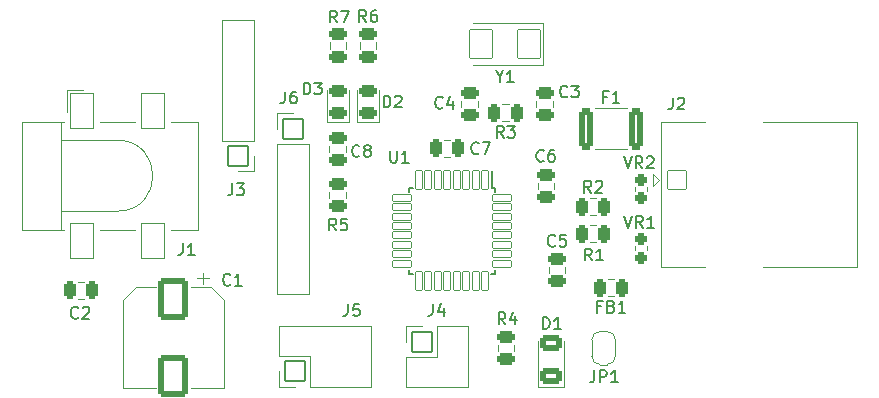
<source format=gbr>
%TF.GenerationSoftware,KiCad,Pcbnew,9.0.6+1*%
%TF.CreationDate,2025-12-12T13:26:28+00:00*%
%TF.ProjectId,KDT_Hierarchical_KiBot,4b44545f-4869-4657-9261-726368696361,0.1.1*%
%TF.SameCoordinates,Original*%
%TF.FileFunction,Legend,Top*%
%TF.FilePolarity,Positive*%
%FSLAX46Y46*%
G04 Gerber Fmt 4.6, Leading zero omitted, Abs format (unit mm)*
G04 Created by KiCad (PCBNEW 9.0.6+1) date 2025-12-12 13:26:28*
%MOMM*%
%LPD*%
G01*
G04 APERTURE LIST*
G04 Aperture macros list*
%AMRoundRect*
0 Rectangle with rounded corners*
0 $1 Rounding radius*
0 $2 $3 $4 $5 $6 $7 $8 $9 X,Y pos of 4 corners*
0 Add a 4 corners polygon primitive as box body*
4,1,4,$2,$3,$4,$5,$6,$7,$8,$9,$2,$3,0*
0 Add four circle primitives for the rounded corners*
1,1,$1+$1,$2,$3*
1,1,$1+$1,$4,$5*
1,1,$1+$1,$6,$7*
1,1,$1+$1,$8,$9*
0 Add four rect primitives between the rounded corners*
20,1,$1+$1,$2,$3,$4,$5,0*
20,1,$1+$1,$4,$5,$6,$7,0*
20,1,$1+$1,$6,$7,$8,$9,0*
20,1,$1+$1,$8,$9,$2,$3,0*%
%AMFreePoly0*
4,1,39,0.535355,0.785355,0.550000,0.750000,0.550000,-0.750000,0.535355,-0.785355,0.500000,-0.800000,0.000000,-0.800000,-0.010328,-0.795722,-0.065263,-0.795722,-0.078204,-0.794018,-0.204283,-0.760236,-0.216342,-0.755241,-0.329381,-0.689978,-0.339736,-0.682032,-0.432032,-0.589736,-0.439978,-0.579381,-0.505241,-0.466342,-0.510236,-0.454283,-0.544018,-0.328204,-0.545722,-0.315263,-0.545722,-0.260327,
-0.550000,-0.250000,-0.550000,0.250000,-0.545722,0.260327,-0.545722,0.315263,-0.544018,0.328204,-0.510236,0.454283,-0.505241,0.466342,-0.439978,0.579381,-0.432032,0.589736,-0.339736,0.682032,-0.329381,0.689978,-0.216342,0.755241,-0.204283,0.760236,-0.078204,0.794018,-0.065263,0.795722,-0.010328,0.795722,0.000000,0.800000,0.500000,0.800000,0.535355,0.785355,0.535355,0.785355,
$1*%
%AMFreePoly1*
4,1,39,0.010328,0.795722,0.065263,0.795722,0.078204,0.794018,0.204283,0.760236,0.216342,0.755241,0.329381,0.689978,0.339736,0.682032,0.432032,0.589736,0.439978,0.579381,0.505241,0.466342,0.510236,0.454283,0.544018,0.328204,0.545722,0.315263,0.545722,0.260327,0.550000,0.250000,0.550000,-0.250000,0.545722,-0.260327,0.545722,-0.315263,0.544018,-0.328204,0.510236,-0.454283,
0.505241,-0.466342,0.439978,-0.579381,0.432032,-0.589736,0.339736,-0.682032,0.329381,-0.689978,0.216342,-0.755241,0.204283,-0.760236,0.078204,-0.794018,0.065263,-0.795722,0.010328,-0.795722,0.000000,-0.800000,-0.500000,-0.800000,-0.535355,-0.785355,-0.550000,-0.750000,-0.550000,0.750000,-0.535355,0.785355,-0.500000,0.800000,0.000000,0.800000,0.010328,0.795722,0.010328,0.795722,
$1*%
G04 Aperture macros list end*
%ADD10C,0.150000*%
%ADD11C,0.120000*%
%ADD12RoundRect,0.268750X-0.481250X0.268750X-0.481250X-0.268750X0.481250X-0.268750X0.481250X0.268750X0*%
%ADD13O,1.600000X2.100000*%
%ADD14C,2.100000*%
%ADD15RoundRect,0.050000X1.000000X-1.500000X1.000000X1.500000X-1.000000X1.500000X-1.000000X-1.500000X0*%
%ADD16RoundRect,0.050000X0.850000X0.850000X-0.850000X0.850000X-0.850000X-0.850000X0.850000X-0.850000X0*%
%ADD17O,1.800000X1.800000*%
%ADD18RoundRect,0.050000X-0.850000X-0.850000X0.850000X-0.850000X0.850000X0.850000X-0.850000X0.850000X0*%
%ADD19RoundRect,0.243750X0.281250X-0.243750X0.281250X0.243750X-0.281250X0.243750X-0.281250X-0.243750X0*%
%ADD20RoundRect,0.050000X0.800000X-0.800000X0.800000X0.800000X-0.800000X0.800000X-0.800000X-0.800000X0*%
%ADD21C,1.700000*%
%ADD22C,4.100000*%
%ADD23RoundRect,0.268750X0.481250X-0.268750X0.481250X0.268750X-0.481250X0.268750X-0.481250X-0.268750X0*%
%ADD24RoundRect,0.268750X-0.268750X-0.481250X0.268750X-0.481250X0.268750X0.481250X-0.268750X0.481250X0*%
%ADD25RoundRect,0.268750X0.268750X0.481250X-0.268750X0.481250X-0.268750X-0.481250X0.268750X-0.481250X0*%
%ADD26C,1.500000*%
%ADD27C,2.800000*%
%ADD28RoundRect,0.243750X-0.281250X0.243750X-0.281250X-0.243750X0.281250X-0.243750X0.281250X0.243750X0*%
%ADD29FreePoly0,270.000000*%
%ADD30FreePoly1,270.000000*%
%ADD31RoundRect,0.270000X0.655000X-0.405000X0.655000X0.405000X-0.655000X0.405000X-0.655000X-0.405000X0*%
%ADD32RoundRect,0.050000X0.850000X-0.850000X0.850000X0.850000X-0.850000X0.850000X-0.850000X-0.850000X0*%
%ADD33RoundRect,0.272222X-0.340278X-1.477778X0.340278X-1.477778X0.340278X1.477778X-0.340278X1.477778X0*%
%ADD34RoundRect,0.050000X0.950000X1.200000X-0.950000X1.200000X-0.950000X-1.200000X0.950000X-1.200000X0*%
%ADD35RoundRect,0.050000X-0.275000X0.800000X-0.275000X-0.800000X0.275000X-0.800000X0.275000X0.800000X0*%
%ADD36RoundRect,0.050000X-0.800000X-0.275000X0.800000X-0.275000X0.800000X0.275000X-0.800000X0.275000X0*%
%ADD37RoundRect,0.260000X-1.040000X1.540000X-1.040000X-1.540000X1.040000X-1.540000X1.040000X1.540000X0*%
G04 APERTURE END LIST*
D10*
X157628933Y-92795380D02*
X157581314Y-92843000D01*
X157581314Y-92843000D02*
X157438457Y-92890619D01*
X157438457Y-92890619D02*
X157343219Y-92890619D01*
X157343219Y-92890619D02*
X157200362Y-92843000D01*
X157200362Y-92843000D02*
X157105124Y-92747761D01*
X157105124Y-92747761D02*
X157057505Y-92652523D01*
X157057505Y-92652523D02*
X157009886Y-92462047D01*
X157009886Y-92462047D02*
X157009886Y-92319190D01*
X157009886Y-92319190D02*
X157057505Y-92128714D01*
X157057505Y-92128714D02*
X157105124Y-92033476D01*
X157105124Y-92033476D02*
X157200362Y-91938238D01*
X157200362Y-91938238D02*
X157343219Y-91890619D01*
X157343219Y-91890619D02*
X157438457Y-91890619D01*
X157438457Y-91890619D02*
X157581314Y-91938238D01*
X157581314Y-91938238D02*
X157628933Y-91985857D01*
X158533695Y-91890619D02*
X158057505Y-91890619D01*
X158057505Y-91890619D02*
X158009886Y-92366809D01*
X158009886Y-92366809D02*
X158057505Y-92319190D01*
X158057505Y-92319190D02*
X158152743Y-92271571D01*
X158152743Y-92271571D02*
X158390838Y-92271571D01*
X158390838Y-92271571D02*
X158486076Y-92319190D01*
X158486076Y-92319190D02*
X158533695Y-92366809D01*
X158533695Y-92366809D02*
X158581314Y-92462047D01*
X158581314Y-92462047D02*
X158581314Y-92700142D01*
X158581314Y-92700142D02*
X158533695Y-92795380D01*
X158533695Y-92795380D02*
X158486076Y-92843000D01*
X158486076Y-92843000D02*
X158390838Y-92890619D01*
X158390838Y-92890619D02*
X158152743Y-92890619D01*
X158152743Y-92890619D02*
X158057505Y-92843000D01*
X158057505Y-92843000D02*
X158009886Y-92795380D01*
X126118666Y-92601819D02*
X126118666Y-93316104D01*
X126118666Y-93316104D02*
X126071047Y-93458961D01*
X126071047Y-93458961D02*
X125975809Y-93554200D01*
X125975809Y-93554200D02*
X125832952Y-93601819D01*
X125832952Y-93601819D02*
X125737714Y-93601819D01*
X127118666Y-93601819D02*
X126547238Y-93601819D01*
X126832952Y-93601819D02*
X126832952Y-92601819D01*
X126832952Y-92601819D02*
X126737714Y-92744676D01*
X126737714Y-92744676D02*
X126642476Y-92839914D01*
X126642476Y-92839914D02*
X126547238Y-92887533D01*
X130284266Y-87547219D02*
X130284266Y-88261504D01*
X130284266Y-88261504D02*
X130236647Y-88404361D01*
X130236647Y-88404361D02*
X130141409Y-88499600D01*
X130141409Y-88499600D02*
X129998552Y-88547219D01*
X129998552Y-88547219D02*
X129903314Y-88547219D01*
X130665219Y-87547219D02*
X131284266Y-87547219D01*
X131284266Y-87547219D02*
X130950933Y-87928171D01*
X130950933Y-87928171D02*
X131093790Y-87928171D01*
X131093790Y-87928171D02*
X131189028Y-87975790D01*
X131189028Y-87975790D02*
X131236647Y-88023409D01*
X131236647Y-88023409D02*
X131284266Y-88118647D01*
X131284266Y-88118647D02*
X131284266Y-88356742D01*
X131284266Y-88356742D02*
X131236647Y-88451980D01*
X131236647Y-88451980D02*
X131189028Y-88499600D01*
X131189028Y-88499600D02*
X131093790Y-88547219D01*
X131093790Y-88547219D02*
X130808076Y-88547219D01*
X130808076Y-88547219D02*
X130712838Y-88499600D01*
X130712838Y-88499600D02*
X130665219Y-88451980D01*
X134754666Y-79774819D02*
X134754666Y-80489104D01*
X134754666Y-80489104D02*
X134707047Y-80631961D01*
X134707047Y-80631961D02*
X134611809Y-80727200D01*
X134611809Y-80727200D02*
X134468952Y-80774819D01*
X134468952Y-80774819D02*
X134373714Y-80774819D01*
X135659428Y-79774819D02*
X135468952Y-79774819D01*
X135468952Y-79774819D02*
X135373714Y-79822438D01*
X135373714Y-79822438D02*
X135326095Y-79870057D01*
X135326095Y-79870057D02*
X135230857Y-80012914D01*
X135230857Y-80012914D02*
X135183238Y-80203390D01*
X135183238Y-80203390D02*
X135183238Y-80584342D01*
X135183238Y-80584342D02*
X135230857Y-80679580D01*
X135230857Y-80679580D02*
X135278476Y-80727200D01*
X135278476Y-80727200D02*
X135373714Y-80774819D01*
X135373714Y-80774819D02*
X135564190Y-80774819D01*
X135564190Y-80774819D02*
X135659428Y-80727200D01*
X135659428Y-80727200D02*
X135707047Y-80679580D01*
X135707047Y-80679580D02*
X135754666Y-80584342D01*
X135754666Y-80584342D02*
X135754666Y-80346247D01*
X135754666Y-80346247D02*
X135707047Y-80251009D01*
X135707047Y-80251009D02*
X135659428Y-80203390D01*
X135659428Y-80203390D02*
X135564190Y-80155771D01*
X135564190Y-80155771D02*
X135373714Y-80155771D01*
X135373714Y-80155771D02*
X135278476Y-80203390D01*
X135278476Y-80203390D02*
X135230857Y-80251009D01*
X135230857Y-80251009D02*
X135183238Y-80346247D01*
X163445676Y-85261219D02*
X163779009Y-86261219D01*
X163779009Y-86261219D02*
X164112342Y-85261219D01*
X165017104Y-86261219D02*
X164683771Y-85785028D01*
X164445676Y-86261219D02*
X164445676Y-85261219D01*
X164445676Y-85261219D02*
X164826628Y-85261219D01*
X164826628Y-85261219D02*
X164921866Y-85308838D01*
X164921866Y-85308838D02*
X164969485Y-85356457D01*
X164969485Y-85356457D02*
X165017104Y-85451695D01*
X165017104Y-85451695D02*
X165017104Y-85594552D01*
X165017104Y-85594552D02*
X164969485Y-85689790D01*
X164969485Y-85689790D02*
X164921866Y-85737409D01*
X164921866Y-85737409D02*
X164826628Y-85785028D01*
X164826628Y-85785028D02*
X164445676Y-85785028D01*
X165398057Y-85356457D02*
X165445676Y-85308838D01*
X165445676Y-85308838D02*
X165540914Y-85261219D01*
X165540914Y-85261219D02*
X165779009Y-85261219D01*
X165779009Y-85261219D02*
X165874247Y-85308838D01*
X165874247Y-85308838D02*
X165921866Y-85356457D01*
X165921866Y-85356457D02*
X165969485Y-85451695D01*
X165969485Y-85451695D02*
X165969485Y-85546933D01*
X165969485Y-85546933D02*
X165921866Y-85689790D01*
X165921866Y-85689790D02*
X165350438Y-86261219D01*
X165350438Y-86261219D02*
X165969485Y-86261219D01*
X167571466Y-80282819D02*
X167571466Y-80997104D01*
X167571466Y-80997104D02*
X167523847Y-81139961D01*
X167523847Y-81139961D02*
X167428609Y-81235200D01*
X167428609Y-81235200D02*
X167285752Y-81282819D01*
X167285752Y-81282819D02*
X167190514Y-81282819D01*
X168000038Y-80378057D02*
X168047657Y-80330438D01*
X168047657Y-80330438D02*
X168142895Y-80282819D01*
X168142895Y-80282819D02*
X168380990Y-80282819D01*
X168380990Y-80282819D02*
X168476228Y-80330438D01*
X168476228Y-80330438D02*
X168523847Y-80378057D01*
X168523847Y-80378057D02*
X168571466Y-80473295D01*
X168571466Y-80473295D02*
X168571466Y-80568533D01*
X168571466Y-80568533D02*
X168523847Y-80711390D01*
X168523847Y-80711390D02*
X167952419Y-81282819D01*
X167952419Y-81282819D02*
X168571466Y-81282819D01*
X141068133Y-85200780D02*
X141020514Y-85248400D01*
X141020514Y-85248400D02*
X140877657Y-85296019D01*
X140877657Y-85296019D02*
X140782419Y-85296019D01*
X140782419Y-85296019D02*
X140639562Y-85248400D01*
X140639562Y-85248400D02*
X140544324Y-85153161D01*
X140544324Y-85153161D02*
X140496705Y-85057923D01*
X140496705Y-85057923D02*
X140449086Y-84867447D01*
X140449086Y-84867447D02*
X140449086Y-84724590D01*
X140449086Y-84724590D02*
X140496705Y-84534114D01*
X140496705Y-84534114D02*
X140544324Y-84438876D01*
X140544324Y-84438876D02*
X140639562Y-84343638D01*
X140639562Y-84343638D02*
X140782419Y-84296019D01*
X140782419Y-84296019D02*
X140877657Y-84296019D01*
X140877657Y-84296019D02*
X141020514Y-84343638D01*
X141020514Y-84343638D02*
X141068133Y-84391257D01*
X141639562Y-84724590D02*
X141544324Y-84676971D01*
X141544324Y-84676971D02*
X141496705Y-84629352D01*
X141496705Y-84629352D02*
X141449086Y-84534114D01*
X141449086Y-84534114D02*
X141449086Y-84486495D01*
X141449086Y-84486495D02*
X141496705Y-84391257D01*
X141496705Y-84391257D02*
X141544324Y-84343638D01*
X141544324Y-84343638D02*
X141639562Y-84296019D01*
X141639562Y-84296019D02*
X141830038Y-84296019D01*
X141830038Y-84296019D02*
X141925276Y-84343638D01*
X141925276Y-84343638D02*
X141972895Y-84391257D01*
X141972895Y-84391257D02*
X142020514Y-84486495D01*
X142020514Y-84486495D02*
X142020514Y-84534114D01*
X142020514Y-84534114D02*
X141972895Y-84629352D01*
X141972895Y-84629352D02*
X141925276Y-84676971D01*
X141925276Y-84676971D02*
X141830038Y-84724590D01*
X141830038Y-84724590D02*
X141639562Y-84724590D01*
X141639562Y-84724590D02*
X141544324Y-84772209D01*
X141544324Y-84772209D02*
X141496705Y-84819828D01*
X141496705Y-84819828D02*
X141449086Y-84915066D01*
X141449086Y-84915066D02*
X141449086Y-85105542D01*
X141449086Y-85105542D02*
X141496705Y-85200780D01*
X141496705Y-85200780D02*
X141544324Y-85248400D01*
X141544324Y-85248400D02*
X141639562Y-85296019D01*
X141639562Y-85296019D02*
X141830038Y-85296019D01*
X141830038Y-85296019D02*
X141925276Y-85248400D01*
X141925276Y-85248400D02*
X141972895Y-85200780D01*
X141972895Y-85200780D02*
X142020514Y-85105542D01*
X142020514Y-85105542D02*
X142020514Y-84915066D01*
X142020514Y-84915066D02*
X141972895Y-84819828D01*
X141972895Y-84819828D02*
X141925276Y-84772209D01*
X141925276Y-84772209D02*
X141830038Y-84724590D01*
X117242933Y-98891380D02*
X117195314Y-98939000D01*
X117195314Y-98939000D02*
X117052457Y-98986619D01*
X117052457Y-98986619D02*
X116957219Y-98986619D01*
X116957219Y-98986619D02*
X116814362Y-98939000D01*
X116814362Y-98939000D02*
X116719124Y-98843761D01*
X116719124Y-98843761D02*
X116671505Y-98748523D01*
X116671505Y-98748523D02*
X116623886Y-98558047D01*
X116623886Y-98558047D02*
X116623886Y-98415190D01*
X116623886Y-98415190D02*
X116671505Y-98224714D01*
X116671505Y-98224714D02*
X116719124Y-98129476D01*
X116719124Y-98129476D02*
X116814362Y-98034238D01*
X116814362Y-98034238D02*
X116957219Y-97986619D01*
X116957219Y-97986619D02*
X117052457Y-97986619D01*
X117052457Y-97986619D02*
X117195314Y-98034238D01*
X117195314Y-98034238D02*
X117242933Y-98081857D01*
X117623886Y-98081857D02*
X117671505Y-98034238D01*
X117671505Y-98034238D02*
X117766743Y-97986619D01*
X117766743Y-97986619D02*
X118004838Y-97986619D01*
X118004838Y-97986619D02*
X118100076Y-98034238D01*
X118100076Y-98034238D02*
X118147695Y-98081857D01*
X118147695Y-98081857D02*
X118195314Y-98177095D01*
X118195314Y-98177095D02*
X118195314Y-98272333D01*
X118195314Y-98272333D02*
X118147695Y-98415190D01*
X118147695Y-98415190D02*
X117576267Y-98986619D01*
X117576267Y-98986619D02*
X118195314Y-98986619D01*
X160753133Y-94059019D02*
X160419800Y-93582828D01*
X160181705Y-94059019D02*
X160181705Y-93059019D01*
X160181705Y-93059019D02*
X160562657Y-93059019D01*
X160562657Y-93059019D02*
X160657895Y-93106638D01*
X160657895Y-93106638D02*
X160705514Y-93154257D01*
X160705514Y-93154257D02*
X160753133Y-93249495D01*
X160753133Y-93249495D02*
X160753133Y-93392352D01*
X160753133Y-93392352D02*
X160705514Y-93487590D01*
X160705514Y-93487590D02*
X160657895Y-93535209D01*
X160657895Y-93535209D02*
X160562657Y-93582828D01*
X160562657Y-93582828D02*
X160181705Y-93582828D01*
X161705514Y-94059019D02*
X161134086Y-94059019D01*
X161419800Y-94059019D02*
X161419800Y-93059019D01*
X161419800Y-93059019D02*
X161324562Y-93201876D01*
X161324562Y-93201876D02*
X161229324Y-93297114D01*
X161229324Y-93297114D02*
X161134086Y-93344733D01*
X161534266Y-97953809D02*
X161200933Y-97953809D01*
X161200933Y-98477619D02*
X161200933Y-97477619D01*
X161200933Y-97477619D02*
X161677123Y-97477619D01*
X162391409Y-97953809D02*
X162534266Y-98001428D01*
X162534266Y-98001428D02*
X162581885Y-98049047D01*
X162581885Y-98049047D02*
X162629504Y-98144285D01*
X162629504Y-98144285D02*
X162629504Y-98287142D01*
X162629504Y-98287142D02*
X162581885Y-98382380D01*
X162581885Y-98382380D02*
X162534266Y-98430000D01*
X162534266Y-98430000D02*
X162439028Y-98477619D01*
X162439028Y-98477619D02*
X162058076Y-98477619D01*
X162058076Y-98477619D02*
X162058076Y-97477619D01*
X162058076Y-97477619D02*
X162391409Y-97477619D01*
X162391409Y-97477619D02*
X162486647Y-97525238D01*
X162486647Y-97525238D02*
X162534266Y-97572857D01*
X162534266Y-97572857D02*
X162581885Y-97668095D01*
X162581885Y-97668095D02*
X162581885Y-97763333D01*
X162581885Y-97763333D02*
X162534266Y-97858571D01*
X162534266Y-97858571D02*
X162486647Y-97906190D01*
X162486647Y-97906190D02*
X162391409Y-97953809D01*
X162391409Y-97953809D02*
X162058076Y-97953809D01*
X163581885Y-98477619D02*
X163010457Y-98477619D01*
X163296171Y-98477619D02*
X163296171Y-97477619D01*
X163296171Y-97477619D02*
X163200933Y-97620476D01*
X163200933Y-97620476D02*
X163105695Y-97715714D01*
X163105695Y-97715714D02*
X163010457Y-97763333D01*
X160676933Y-88319619D02*
X160343600Y-87843428D01*
X160105505Y-88319619D02*
X160105505Y-87319619D01*
X160105505Y-87319619D02*
X160486457Y-87319619D01*
X160486457Y-87319619D02*
X160581695Y-87367238D01*
X160581695Y-87367238D02*
X160629314Y-87414857D01*
X160629314Y-87414857D02*
X160676933Y-87510095D01*
X160676933Y-87510095D02*
X160676933Y-87652952D01*
X160676933Y-87652952D02*
X160629314Y-87748190D01*
X160629314Y-87748190D02*
X160581695Y-87795809D01*
X160581695Y-87795809D02*
X160486457Y-87843428D01*
X160486457Y-87843428D02*
X160105505Y-87843428D01*
X161057886Y-87414857D02*
X161105505Y-87367238D01*
X161105505Y-87367238D02*
X161200743Y-87319619D01*
X161200743Y-87319619D02*
X161438838Y-87319619D01*
X161438838Y-87319619D02*
X161534076Y-87367238D01*
X161534076Y-87367238D02*
X161581695Y-87414857D01*
X161581695Y-87414857D02*
X161629314Y-87510095D01*
X161629314Y-87510095D02*
X161629314Y-87605333D01*
X161629314Y-87605333D02*
X161581695Y-87748190D01*
X161581695Y-87748190D02*
X161010267Y-88319619D01*
X161010267Y-88319619D02*
X161629314Y-88319619D01*
X136331105Y-80012819D02*
X136331105Y-79012819D01*
X136331105Y-79012819D02*
X136569200Y-79012819D01*
X136569200Y-79012819D02*
X136712057Y-79060438D01*
X136712057Y-79060438D02*
X136807295Y-79155676D01*
X136807295Y-79155676D02*
X136854914Y-79250914D01*
X136854914Y-79250914D02*
X136902533Y-79441390D01*
X136902533Y-79441390D02*
X136902533Y-79584247D01*
X136902533Y-79584247D02*
X136854914Y-79774723D01*
X136854914Y-79774723D02*
X136807295Y-79869961D01*
X136807295Y-79869961D02*
X136712057Y-79965200D01*
X136712057Y-79965200D02*
X136569200Y-80012819D01*
X136569200Y-80012819D02*
X136331105Y-80012819D01*
X137235867Y-79012819D02*
X137854914Y-79012819D01*
X137854914Y-79012819D02*
X137521581Y-79393771D01*
X137521581Y-79393771D02*
X137664438Y-79393771D01*
X137664438Y-79393771D02*
X137759676Y-79441390D01*
X137759676Y-79441390D02*
X137807295Y-79489009D01*
X137807295Y-79489009D02*
X137854914Y-79584247D01*
X137854914Y-79584247D02*
X137854914Y-79822342D01*
X137854914Y-79822342D02*
X137807295Y-79917580D01*
X137807295Y-79917580D02*
X137759676Y-79965200D01*
X137759676Y-79965200D02*
X137664438Y-80012819D01*
X137664438Y-80012819D02*
X137378724Y-80012819D01*
X137378724Y-80012819D02*
X137283486Y-79965200D01*
X137283486Y-79965200D02*
X137235867Y-79917580D01*
X151151933Y-84972180D02*
X151104314Y-85019800D01*
X151104314Y-85019800D02*
X150961457Y-85067419D01*
X150961457Y-85067419D02*
X150866219Y-85067419D01*
X150866219Y-85067419D02*
X150723362Y-85019800D01*
X150723362Y-85019800D02*
X150628124Y-84924561D01*
X150628124Y-84924561D02*
X150580505Y-84829323D01*
X150580505Y-84829323D02*
X150532886Y-84638847D01*
X150532886Y-84638847D02*
X150532886Y-84495990D01*
X150532886Y-84495990D02*
X150580505Y-84305514D01*
X150580505Y-84305514D02*
X150628124Y-84210276D01*
X150628124Y-84210276D02*
X150723362Y-84115038D01*
X150723362Y-84115038D02*
X150866219Y-84067419D01*
X150866219Y-84067419D02*
X150961457Y-84067419D01*
X150961457Y-84067419D02*
X151104314Y-84115038D01*
X151104314Y-84115038D02*
X151151933Y-84162657D01*
X151485267Y-84067419D02*
X152151933Y-84067419D01*
X152151933Y-84067419D02*
X151723362Y-85067419D01*
X163496476Y-90290419D02*
X163829809Y-91290419D01*
X163829809Y-91290419D02*
X164163142Y-90290419D01*
X165067904Y-91290419D02*
X164734571Y-90814228D01*
X164496476Y-91290419D02*
X164496476Y-90290419D01*
X164496476Y-90290419D02*
X164877428Y-90290419D01*
X164877428Y-90290419D02*
X164972666Y-90338038D01*
X164972666Y-90338038D02*
X165020285Y-90385657D01*
X165020285Y-90385657D02*
X165067904Y-90480895D01*
X165067904Y-90480895D02*
X165067904Y-90623752D01*
X165067904Y-90623752D02*
X165020285Y-90718990D01*
X165020285Y-90718990D02*
X164972666Y-90766609D01*
X164972666Y-90766609D02*
X164877428Y-90814228D01*
X164877428Y-90814228D02*
X164496476Y-90814228D01*
X166020285Y-91290419D02*
X165448857Y-91290419D01*
X165734571Y-91290419D02*
X165734571Y-90290419D01*
X165734571Y-90290419D02*
X165639333Y-90433276D01*
X165639333Y-90433276D02*
X165544095Y-90528514D01*
X165544095Y-90528514D02*
X165448857Y-90576133D01*
X160950066Y-103371419D02*
X160950066Y-104085704D01*
X160950066Y-104085704D02*
X160902447Y-104228561D01*
X160902447Y-104228561D02*
X160807209Y-104323800D01*
X160807209Y-104323800D02*
X160664352Y-104371419D01*
X160664352Y-104371419D02*
X160569114Y-104371419D01*
X161426257Y-104371419D02*
X161426257Y-103371419D01*
X161426257Y-103371419D02*
X161807209Y-103371419D01*
X161807209Y-103371419D02*
X161902447Y-103419038D01*
X161902447Y-103419038D02*
X161950066Y-103466657D01*
X161950066Y-103466657D02*
X161997685Y-103561895D01*
X161997685Y-103561895D02*
X161997685Y-103704752D01*
X161997685Y-103704752D02*
X161950066Y-103799990D01*
X161950066Y-103799990D02*
X161902447Y-103847609D01*
X161902447Y-103847609D02*
X161807209Y-103895228D01*
X161807209Y-103895228D02*
X161426257Y-103895228D01*
X162950066Y-104371419D02*
X162378638Y-104371419D01*
X162664352Y-104371419D02*
X162664352Y-103371419D01*
X162664352Y-103371419D02*
X162569114Y-103514276D01*
X162569114Y-103514276D02*
X162473876Y-103609514D01*
X162473876Y-103609514D02*
X162378638Y-103657133D01*
X156600305Y-99875619D02*
X156600305Y-98875619D01*
X156600305Y-98875619D02*
X156838400Y-98875619D01*
X156838400Y-98875619D02*
X156981257Y-98923238D01*
X156981257Y-98923238D02*
X157076495Y-99018476D01*
X157076495Y-99018476D02*
X157124114Y-99113714D01*
X157124114Y-99113714D02*
X157171733Y-99304190D01*
X157171733Y-99304190D02*
X157171733Y-99447047D01*
X157171733Y-99447047D02*
X157124114Y-99637523D01*
X157124114Y-99637523D02*
X157076495Y-99732761D01*
X157076495Y-99732761D02*
X156981257Y-99828000D01*
X156981257Y-99828000D02*
X156838400Y-99875619D01*
X156838400Y-99875619D02*
X156600305Y-99875619D01*
X158124114Y-99875619D02*
X157552686Y-99875619D01*
X157838400Y-99875619D02*
X157838400Y-98875619D01*
X157838400Y-98875619D02*
X157743162Y-99018476D01*
X157743162Y-99018476D02*
X157647924Y-99113714D01*
X157647924Y-99113714D02*
X157552686Y-99161333D01*
X153412533Y-99469219D02*
X153079200Y-98993028D01*
X152841105Y-99469219D02*
X152841105Y-98469219D01*
X152841105Y-98469219D02*
X153222057Y-98469219D01*
X153222057Y-98469219D02*
X153317295Y-98516838D01*
X153317295Y-98516838D02*
X153364914Y-98564457D01*
X153364914Y-98564457D02*
X153412533Y-98659695D01*
X153412533Y-98659695D02*
X153412533Y-98802552D01*
X153412533Y-98802552D02*
X153364914Y-98897790D01*
X153364914Y-98897790D02*
X153317295Y-98945409D01*
X153317295Y-98945409D02*
X153222057Y-98993028D01*
X153222057Y-98993028D02*
X152841105Y-98993028D01*
X154269676Y-98802552D02*
X154269676Y-99469219D01*
X154031581Y-98421600D02*
X153793486Y-99135885D01*
X153793486Y-99135885D02*
X154412533Y-99135885D01*
X158670333Y-80171580D02*
X158622714Y-80219200D01*
X158622714Y-80219200D02*
X158479857Y-80266819D01*
X158479857Y-80266819D02*
X158384619Y-80266819D01*
X158384619Y-80266819D02*
X158241762Y-80219200D01*
X158241762Y-80219200D02*
X158146524Y-80123961D01*
X158146524Y-80123961D02*
X158098905Y-80028723D01*
X158098905Y-80028723D02*
X158051286Y-79838247D01*
X158051286Y-79838247D02*
X158051286Y-79695390D01*
X158051286Y-79695390D02*
X158098905Y-79504914D01*
X158098905Y-79504914D02*
X158146524Y-79409676D01*
X158146524Y-79409676D02*
X158241762Y-79314438D01*
X158241762Y-79314438D02*
X158384619Y-79266819D01*
X158384619Y-79266819D02*
X158479857Y-79266819D01*
X158479857Y-79266819D02*
X158622714Y-79314438D01*
X158622714Y-79314438D02*
X158670333Y-79362057D01*
X159003667Y-79266819D02*
X159622714Y-79266819D01*
X159622714Y-79266819D02*
X159289381Y-79647771D01*
X159289381Y-79647771D02*
X159432238Y-79647771D01*
X159432238Y-79647771D02*
X159527476Y-79695390D01*
X159527476Y-79695390D02*
X159575095Y-79743009D01*
X159575095Y-79743009D02*
X159622714Y-79838247D01*
X159622714Y-79838247D02*
X159622714Y-80076342D01*
X159622714Y-80076342D02*
X159575095Y-80171580D01*
X159575095Y-80171580D02*
X159527476Y-80219200D01*
X159527476Y-80219200D02*
X159432238Y-80266819D01*
X159432238Y-80266819D02*
X159146524Y-80266819D01*
X159146524Y-80266819D02*
X159051286Y-80219200D01*
X159051286Y-80219200D02*
X159003667Y-80171580D01*
X140088666Y-97758019D02*
X140088666Y-98472304D01*
X140088666Y-98472304D02*
X140041047Y-98615161D01*
X140041047Y-98615161D02*
X139945809Y-98710400D01*
X139945809Y-98710400D02*
X139802952Y-98758019D01*
X139802952Y-98758019D02*
X139707714Y-98758019D01*
X141041047Y-97758019D02*
X140564857Y-97758019D01*
X140564857Y-97758019D02*
X140517238Y-98234209D01*
X140517238Y-98234209D02*
X140564857Y-98186590D01*
X140564857Y-98186590D02*
X140660095Y-98138971D01*
X140660095Y-98138971D02*
X140898190Y-98138971D01*
X140898190Y-98138971D02*
X140993428Y-98186590D01*
X140993428Y-98186590D02*
X141041047Y-98234209D01*
X141041047Y-98234209D02*
X141088666Y-98329447D01*
X141088666Y-98329447D02*
X141088666Y-98567542D01*
X141088666Y-98567542D02*
X141041047Y-98662780D01*
X141041047Y-98662780D02*
X140993428Y-98710400D01*
X140993428Y-98710400D02*
X140898190Y-98758019D01*
X140898190Y-98758019D02*
X140660095Y-98758019D01*
X140660095Y-98758019D02*
X140564857Y-98710400D01*
X140564857Y-98710400D02*
X140517238Y-98662780D01*
X153264933Y-83677619D02*
X152931600Y-83201428D01*
X152693505Y-83677619D02*
X152693505Y-82677619D01*
X152693505Y-82677619D02*
X153074457Y-82677619D01*
X153074457Y-82677619D02*
X153169695Y-82725238D01*
X153169695Y-82725238D02*
X153217314Y-82772857D01*
X153217314Y-82772857D02*
X153264933Y-82868095D01*
X153264933Y-82868095D02*
X153264933Y-83010952D01*
X153264933Y-83010952D02*
X153217314Y-83106190D01*
X153217314Y-83106190D02*
X153169695Y-83153809D01*
X153169695Y-83153809D02*
X153074457Y-83201428D01*
X153074457Y-83201428D02*
X152693505Y-83201428D01*
X153598267Y-82677619D02*
X154217314Y-82677619D01*
X154217314Y-82677619D02*
X153883981Y-83058571D01*
X153883981Y-83058571D02*
X154026838Y-83058571D01*
X154026838Y-83058571D02*
X154122076Y-83106190D01*
X154122076Y-83106190D02*
X154169695Y-83153809D01*
X154169695Y-83153809D02*
X154217314Y-83249047D01*
X154217314Y-83249047D02*
X154217314Y-83487142D01*
X154217314Y-83487142D02*
X154169695Y-83582380D01*
X154169695Y-83582380D02*
X154122076Y-83630000D01*
X154122076Y-83630000D02*
X154026838Y-83677619D01*
X154026838Y-83677619D02*
X153741124Y-83677619D01*
X153741124Y-83677619D02*
X153645886Y-83630000D01*
X153645886Y-83630000D02*
X153598267Y-83582380D01*
X162034266Y-80191809D02*
X161700933Y-80191809D01*
X161700933Y-80715619D02*
X161700933Y-79715619D01*
X161700933Y-79715619D02*
X162177123Y-79715619D01*
X163081885Y-80715619D02*
X162510457Y-80715619D01*
X162796171Y-80715619D02*
X162796171Y-79715619D01*
X162796171Y-79715619D02*
X162700933Y-79858476D01*
X162700933Y-79858476D02*
X162605695Y-79953714D01*
X162605695Y-79953714D02*
X162510457Y-80001333D01*
X147276866Y-97758019D02*
X147276866Y-98472304D01*
X147276866Y-98472304D02*
X147229247Y-98615161D01*
X147229247Y-98615161D02*
X147134009Y-98710400D01*
X147134009Y-98710400D02*
X146991152Y-98758019D01*
X146991152Y-98758019D02*
X146895914Y-98758019D01*
X148181628Y-98091352D02*
X148181628Y-98758019D01*
X147943533Y-97710400D02*
X147705438Y-98424685D01*
X147705438Y-98424685D02*
X148324485Y-98424685D01*
X139086933Y-91519019D02*
X138753600Y-91042828D01*
X138515505Y-91519019D02*
X138515505Y-90519019D01*
X138515505Y-90519019D02*
X138896457Y-90519019D01*
X138896457Y-90519019D02*
X138991695Y-90566638D01*
X138991695Y-90566638D02*
X139039314Y-90614257D01*
X139039314Y-90614257D02*
X139086933Y-90709495D01*
X139086933Y-90709495D02*
X139086933Y-90852352D01*
X139086933Y-90852352D02*
X139039314Y-90947590D01*
X139039314Y-90947590D02*
X138991695Y-90995209D01*
X138991695Y-90995209D02*
X138896457Y-91042828D01*
X138896457Y-91042828D02*
X138515505Y-91042828D01*
X139991695Y-90519019D02*
X139515505Y-90519019D01*
X139515505Y-90519019D02*
X139467886Y-90995209D01*
X139467886Y-90995209D02*
X139515505Y-90947590D01*
X139515505Y-90947590D02*
X139610743Y-90899971D01*
X139610743Y-90899971D02*
X139848838Y-90899971D01*
X139848838Y-90899971D02*
X139944076Y-90947590D01*
X139944076Y-90947590D02*
X139991695Y-90995209D01*
X139991695Y-90995209D02*
X140039314Y-91090447D01*
X140039314Y-91090447D02*
X140039314Y-91328542D01*
X140039314Y-91328542D02*
X139991695Y-91423780D01*
X139991695Y-91423780D02*
X139944076Y-91471400D01*
X139944076Y-91471400D02*
X139848838Y-91519019D01*
X139848838Y-91519019D02*
X139610743Y-91519019D01*
X139610743Y-91519019D02*
X139515505Y-91471400D01*
X139515505Y-91471400D02*
X139467886Y-91423780D01*
X143112905Y-81105019D02*
X143112905Y-80105019D01*
X143112905Y-80105019D02*
X143351000Y-80105019D01*
X143351000Y-80105019D02*
X143493857Y-80152638D01*
X143493857Y-80152638D02*
X143589095Y-80247876D01*
X143589095Y-80247876D02*
X143636714Y-80343114D01*
X143636714Y-80343114D02*
X143684333Y-80533590D01*
X143684333Y-80533590D02*
X143684333Y-80676447D01*
X143684333Y-80676447D02*
X143636714Y-80866923D01*
X143636714Y-80866923D02*
X143589095Y-80962161D01*
X143589095Y-80962161D02*
X143493857Y-81057400D01*
X143493857Y-81057400D02*
X143351000Y-81105019D01*
X143351000Y-81105019D02*
X143112905Y-81105019D01*
X144065286Y-80200257D02*
X144112905Y-80152638D01*
X144112905Y-80152638D02*
X144208143Y-80105019D01*
X144208143Y-80105019D02*
X144446238Y-80105019D01*
X144446238Y-80105019D02*
X144541476Y-80152638D01*
X144541476Y-80152638D02*
X144589095Y-80200257D01*
X144589095Y-80200257D02*
X144636714Y-80295495D01*
X144636714Y-80295495D02*
X144636714Y-80390733D01*
X144636714Y-80390733D02*
X144589095Y-80533590D01*
X144589095Y-80533590D02*
X144017667Y-81105019D01*
X144017667Y-81105019D02*
X144636714Y-81105019D01*
X141626933Y-73866019D02*
X141293600Y-73389828D01*
X141055505Y-73866019D02*
X141055505Y-72866019D01*
X141055505Y-72866019D02*
X141436457Y-72866019D01*
X141436457Y-72866019D02*
X141531695Y-72913638D01*
X141531695Y-72913638D02*
X141579314Y-72961257D01*
X141579314Y-72961257D02*
X141626933Y-73056495D01*
X141626933Y-73056495D02*
X141626933Y-73199352D01*
X141626933Y-73199352D02*
X141579314Y-73294590D01*
X141579314Y-73294590D02*
X141531695Y-73342209D01*
X141531695Y-73342209D02*
X141436457Y-73389828D01*
X141436457Y-73389828D02*
X141055505Y-73389828D01*
X142484076Y-72866019D02*
X142293600Y-72866019D01*
X142293600Y-72866019D02*
X142198362Y-72913638D01*
X142198362Y-72913638D02*
X142150743Y-72961257D01*
X142150743Y-72961257D02*
X142055505Y-73104114D01*
X142055505Y-73104114D02*
X142007886Y-73294590D01*
X142007886Y-73294590D02*
X142007886Y-73675542D01*
X142007886Y-73675542D02*
X142055505Y-73770780D01*
X142055505Y-73770780D02*
X142103124Y-73818400D01*
X142103124Y-73818400D02*
X142198362Y-73866019D01*
X142198362Y-73866019D02*
X142388838Y-73866019D01*
X142388838Y-73866019D02*
X142484076Y-73818400D01*
X142484076Y-73818400D02*
X142531695Y-73770780D01*
X142531695Y-73770780D02*
X142579314Y-73675542D01*
X142579314Y-73675542D02*
X142579314Y-73437447D01*
X142579314Y-73437447D02*
X142531695Y-73342209D01*
X142531695Y-73342209D02*
X142484076Y-73294590D01*
X142484076Y-73294590D02*
X142388838Y-73246971D01*
X142388838Y-73246971D02*
X142198362Y-73246971D01*
X142198362Y-73246971D02*
X142103124Y-73294590D01*
X142103124Y-73294590D02*
X142055505Y-73342209D01*
X142055505Y-73342209D02*
X142007886Y-73437447D01*
X152925209Y-78501228D02*
X152925209Y-78977419D01*
X152591876Y-77977419D02*
X152925209Y-78501228D01*
X152925209Y-78501228D02*
X153258542Y-77977419D01*
X154115685Y-78977419D02*
X153544257Y-78977419D01*
X153829971Y-78977419D02*
X153829971Y-77977419D01*
X153829971Y-77977419D02*
X153734733Y-78120276D01*
X153734733Y-78120276D02*
X153639495Y-78215514D01*
X153639495Y-78215514D02*
X153544257Y-78263133D01*
X139163133Y-73916819D02*
X138829800Y-73440628D01*
X138591705Y-73916819D02*
X138591705Y-72916819D01*
X138591705Y-72916819D02*
X138972657Y-72916819D01*
X138972657Y-72916819D02*
X139067895Y-72964438D01*
X139067895Y-72964438D02*
X139115514Y-73012057D01*
X139115514Y-73012057D02*
X139163133Y-73107295D01*
X139163133Y-73107295D02*
X139163133Y-73250152D01*
X139163133Y-73250152D02*
X139115514Y-73345390D01*
X139115514Y-73345390D02*
X139067895Y-73393009D01*
X139067895Y-73393009D02*
X138972657Y-73440628D01*
X138972657Y-73440628D02*
X138591705Y-73440628D01*
X139496467Y-72916819D02*
X140163133Y-72916819D01*
X140163133Y-72916819D02*
X139734562Y-73916819D01*
X143673295Y-84778619D02*
X143673295Y-85588142D01*
X143673295Y-85588142D02*
X143720914Y-85683380D01*
X143720914Y-85683380D02*
X143768533Y-85731000D01*
X143768533Y-85731000D02*
X143863771Y-85778619D01*
X143863771Y-85778619D02*
X144054247Y-85778619D01*
X144054247Y-85778619D02*
X144149485Y-85731000D01*
X144149485Y-85731000D02*
X144197104Y-85683380D01*
X144197104Y-85683380D02*
X144244723Y-85588142D01*
X144244723Y-85588142D02*
X144244723Y-84778619D01*
X145244723Y-85778619D02*
X144673295Y-85778619D01*
X144959009Y-85778619D02*
X144959009Y-84778619D01*
X144959009Y-84778619D02*
X144863771Y-84921476D01*
X144863771Y-84921476D02*
X144768533Y-85016714D01*
X144768533Y-85016714D02*
X144673295Y-85064333D01*
X130146133Y-96097380D02*
X130098514Y-96145000D01*
X130098514Y-96145000D02*
X129955657Y-96192619D01*
X129955657Y-96192619D02*
X129860419Y-96192619D01*
X129860419Y-96192619D02*
X129717562Y-96145000D01*
X129717562Y-96145000D02*
X129622324Y-96049761D01*
X129622324Y-96049761D02*
X129574705Y-95954523D01*
X129574705Y-95954523D02*
X129527086Y-95764047D01*
X129527086Y-95764047D02*
X129527086Y-95621190D01*
X129527086Y-95621190D02*
X129574705Y-95430714D01*
X129574705Y-95430714D02*
X129622324Y-95335476D01*
X129622324Y-95335476D02*
X129717562Y-95240238D01*
X129717562Y-95240238D02*
X129860419Y-95192619D01*
X129860419Y-95192619D02*
X129955657Y-95192619D01*
X129955657Y-95192619D02*
X130098514Y-95240238D01*
X130098514Y-95240238D02*
X130146133Y-95287857D01*
X131098514Y-96192619D02*
X130527086Y-96192619D01*
X130812800Y-96192619D02*
X130812800Y-95192619D01*
X130812800Y-95192619D02*
X130717562Y-95335476D01*
X130717562Y-95335476D02*
X130622324Y-95430714D01*
X130622324Y-95430714D02*
X130527086Y-95478333D01*
X148103933Y-81111380D02*
X148056314Y-81159000D01*
X148056314Y-81159000D02*
X147913457Y-81206619D01*
X147913457Y-81206619D02*
X147818219Y-81206619D01*
X147818219Y-81206619D02*
X147675362Y-81159000D01*
X147675362Y-81159000D02*
X147580124Y-81063761D01*
X147580124Y-81063761D02*
X147532505Y-80968523D01*
X147532505Y-80968523D02*
X147484886Y-80778047D01*
X147484886Y-80778047D02*
X147484886Y-80635190D01*
X147484886Y-80635190D02*
X147532505Y-80444714D01*
X147532505Y-80444714D02*
X147580124Y-80349476D01*
X147580124Y-80349476D02*
X147675362Y-80254238D01*
X147675362Y-80254238D02*
X147818219Y-80206619D01*
X147818219Y-80206619D02*
X147913457Y-80206619D01*
X147913457Y-80206619D02*
X148056314Y-80254238D01*
X148056314Y-80254238D02*
X148103933Y-80301857D01*
X148961076Y-80539952D02*
X148961076Y-81206619D01*
X148722981Y-80159000D02*
X148484886Y-80873285D01*
X148484886Y-80873285D02*
X149103933Y-80873285D01*
X156663733Y-85607180D02*
X156616114Y-85654800D01*
X156616114Y-85654800D02*
X156473257Y-85702419D01*
X156473257Y-85702419D02*
X156378019Y-85702419D01*
X156378019Y-85702419D02*
X156235162Y-85654800D01*
X156235162Y-85654800D02*
X156139924Y-85559561D01*
X156139924Y-85559561D02*
X156092305Y-85464323D01*
X156092305Y-85464323D02*
X156044686Y-85273847D01*
X156044686Y-85273847D02*
X156044686Y-85130990D01*
X156044686Y-85130990D02*
X156092305Y-84940514D01*
X156092305Y-84940514D02*
X156139924Y-84845276D01*
X156139924Y-84845276D02*
X156235162Y-84750038D01*
X156235162Y-84750038D02*
X156378019Y-84702419D01*
X156378019Y-84702419D02*
X156473257Y-84702419D01*
X156473257Y-84702419D02*
X156616114Y-84750038D01*
X156616114Y-84750038D02*
X156663733Y-84797657D01*
X157520876Y-84702419D02*
X157330400Y-84702419D01*
X157330400Y-84702419D02*
X157235162Y-84750038D01*
X157235162Y-84750038D02*
X157187543Y-84797657D01*
X157187543Y-84797657D02*
X157092305Y-84940514D01*
X157092305Y-84940514D02*
X157044686Y-85130990D01*
X157044686Y-85130990D02*
X157044686Y-85511942D01*
X157044686Y-85511942D02*
X157092305Y-85607180D01*
X157092305Y-85607180D02*
X157139924Y-85654800D01*
X157139924Y-85654800D02*
X157235162Y-85702419D01*
X157235162Y-85702419D02*
X157425638Y-85702419D01*
X157425638Y-85702419D02*
X157520876Y-85654800D01*
X157520876Y-85654800D02*
X157568495Y-85607180D01*
X157568495Y-85607180D02*
X157616114Y-85511942D01*
X157616114Y-85511942D02*
X157616114Y-85273847D01*
X157616114Y-85273847D02*
X157568495Y-85178609D01*
X157568495Y-85178609D02*
X157520876Y-85130990D01*
X157520876Y-85130990D02*
X157425638Y-85083371D01*
X157425638Y-85083371D02*
X157235162Y-85083371D01*
X157235162Y-85083371D02*
X157139924Y-85130990D01*
X157139924Y-85130990D02*
X157092305Y-85178609D01*
X157092305Y-85178609D02*
X157044686Y-85273847D01*
D11*
%TO.C,C5*%
X157085600Y-94590222D02*
X157085600Y-95107378D01*
X158505600Y-94590222D02*
X158505600Y-95107378D01*
%TO.C,J1*%
X112463600Y-82334800D02*
X116073600Y-82334800D01*
X112463600Y-91454800D02*
X112463600Y-82334800D01*
X112463600Y-91454800D02*
X116073600Y-91454800D01*
X115773600Y-83894800D02*
X120573600Y-83894800D01*
X115773600Y-89894800D02*
X120573600Y-89894800D01*
X115773600Y-91454800D02*
X115773600Y-82334800D01*
X116313600Y-79634800D02*
X116313600Y-81534800D01*
X117653600Y-79634800D02*
X116313600Y-79634800D01*
X119073600Y-82334800D02*
X122073600Y-82334800D01*
X119073600Y-91454800D02*
X122073600Y-91454800D01*
X125073600Y-82334800D02*
X127383600Y-82334800D01*
X125073600Y-91454800D02*
X127383600Y-91454800D01*
X127383600Y-91454800D02*
X127383600Y-82334800D01*
X120573600Y-83894800D02*
G75*
G02*
X120573600Y-89894800I0J-3000000D01*
G01*
%TO.C,J3*%
X129443600Y-83924800D02*
X129443600Y-73704800D01*
X132103600Y-73704800D02*
X129443600Y-73704800D01*
X132103600Y-83924800D02*
X129443600Y-83924800D01*
X132103600Y-83924800D02*
X132103600Y-73704800D01*
X132103600Y-85194800D02*
X132103600Y-86524800D01*
X132103600Y-86524800D02*
X130773600Y-86524800D01*
%TO.C,J6*%
X134113600Y-81580800D02*
X135443600Y-81580800D01*
X134113600Y-82910800D02*
X134113600Y-81580800D01*
X134113600Y-84180800D02*
X134113600Y-96940800D01*
X134113600Y-84180800D02*
X136773600Y-84180800D01*
X134113600Y-96940800D02*
X136773600Y-96940800D01*
X136773600Y-84180800D02*
X136773600Y-96940800D01*
%TO.C,VR2*%
X164397600Y-88178979D02*
X164397600Y-87853421D01*
X165417600Y-88178979D02*
X165417600Y-87853421D01*
%TO.C,J2*%
X165905600Y-86728800D02*
X165905600Y-87728800D01*
X165905600Y-87728800D02*
X166405600Y-87228800D01*
X166405600Y-87228800D02*
X165905600Y-86728800D01*
X166605600Y-82368800D02*
X170355600Y-82368800D01*
X166605600Y-94588800D02*
X166605600Y-82368800D01*
X166605600Y-94588800D02*
X170355600Y-94588800D01*
X183225600Y-82368800D02*
X175255600Y-82368800D01*
X183225600Y-94588800D02*
X175255600Y-94588800D01*
X183225600Y-94588800D02*
X183225600Y-82368800D01*
%TO.C,C8*%
X138518200Y-84921978D02*
X138518200Y-84404822D01*
X139938200Y-84921978D02*
X139938200Y-84404822D01*
%TO.C,C2*%
X117215022Y-95884800D02*
X117732178Y-95884800D01*
X117215022Y-97304800D02*
X117732178Y-97304800D01*
%TO.C,R1*%
X160585022Y-91090800D02*
X161102178Y-91090800D01*
X160585022Y-92510800D02*
X161102178Y-92510800D01*
%TO.C,FB1*%
X162626178Y-95662800D02*
X162109022Y-95662800D01*
X162626178Y-97082800D02*
X162109022Y-97082800D01*
%TO.C,R2*%
X160585022Y-88804800D02*
X161102178Y-88804800D01*
X160585022Y-90224800D02*
X161102178Y-90224800D01*
%TO.C,D3*%
X138293600Y-79644800D02*
X138293600Y-82329800D01*
X138293600Y-82329800D02*
X140213600Y-82329800D01*
X140213600Y-82329800D02*
X140213600Y-79644800D01*
%TO.C,C7*%
X148189822Y-83851800D02*
X148706978Y-83851800D01*
X148189822Y-85271800D02*
X148706978Y-85271800D01*
%TO.C,VR1*%
X164397600Y-92882521D02*
X164397600Y-93208079D01*
X165417600Y-92882521D02*
X165417600Y-93208079D01*
%TO.C,JP1*%
X160732600Y-102178200D02*
X160732600Y-100778200D01*
X161432600Y-100078200D02*
X162032600Y-100078200D01*
X162032600Y-102878200D02*
X161432600Y-102878200D01*
X162732600Y-100778200D02*
X162732600Y-102178200D01*
X160732600Y-100778200D02*
G75*
G02*
X161432600Y-100078200I699999J1D01*
G01*
X161432600Y-102878200D02*
G75*
G02*
X160732600Y-102178200I0J700000D01*
G01*
X162032600Y-100078200D02*
G75*
G02*
X162732600Y-100778200I1J-699999D01*
G01*
X162732600Y-102178200D02*
G75*
G02*
X162032600Y-102878200I-700000J0D01*
G01*
%TO.C,D1*%
X156152600Y-100868800D02*
X156152600Y-104753800D01*
X156152600Y-104753800D02*
X158422600Y-104753800D01*
X158422600Y-104753800D02*
X158422600Y-100868800D01*
%TO.C,R4*%
X152767600Y-101711378D02*
X152767600Y-101194222D01*
X154187600Y-101711378D02*
X154187600Y-101194222D01*
%TO.C,C3*%
X156023600Y-80552222D02*
X156023600Y-81069378D01*
X157443600Y-80552222D02*
X157443600Y-81069378D01*
%TO.C,J5*%
X134266000Y-99589400D02*
X142006000Y-99589400D01*
X134266000Y-102189400D02*
X134266000Y-99589400D01*
X134266000Y-104789400D02*
X134266000Y-103459400D01*
X135596000Y-104789400D02*
X134266000Y-104789400D01*
X136866000Y-102189400D02*
X134266000Y-102189400D01*
X136866000Y-104789400D02*
X136866000Y-102189400D01*
X136866000Y-104789400D02*
X142006000Y-104789400D01*
X142006000Y-104789400D02*
X142006000Y-99589400D01*
%TO.C,R3*%
X153690178Y-80862800D02*
X153173022Y-80862800D01*
X153690178Y-82282800D02*
X153173022Y-82282800D01*
%TO.C,F1*%
X160981348Y-81200800D02*
X163753852Y-81200800D01*
X160981348Y-84620800D02*
X163753852Y-84620800D01*
%TO.C,J4*%
X145035600Y-99614800D02*
X146365600Y-99614800D01*
X145035600Y-100944800D02*
X145035600Y-99614800D01*
X145035600Y-102214800D02*
X145035600Y-104814800D01*
X145035600Y-102214800D02*
X147635600Y-102214800D01*
X145035600Y-104814800D02*
X150235600Y-104814800D01*
X147635600Y-99614800D02*
X150235600Y-99614800D01*
X147635600Y-102214800D02*
X147635600Y-99614800D01*
X150235600Y-99614800D02*
X150235600Y-104814800D01*
%TO.C,R5*%
X138518200Y-88240222D02*
X138518200Y-88757378D01*
X139938200Y-88240222D02*
X139938200Y-88757378D01*
%TO.C,D2*%
X140833600Y-79644800D02*
X140833600Y-82329800D01*
X140833600Y-82329800D02*
X142753600Y-82329800D01*
X142753600Y-82329800D02*
X142753600Y-79644800D01*
%TO.C,R6*%
X141083600Y-75611022D02*
X141083600Y-76128178D01*
X142503600Y-75611022D02*
X142503600Y-76128178D01*
%TO.C,Y1*%
X150701400Y-77522600D02*
X156601400Y-77522600D01*
X156601400Y-73922600D02*
X150701400Y-73922600D01*
X156601400Y-77522600D02*
X156601400Y-73922600D01*
%TO.C,R7*%
X138543600Y-75611022D02*
X138543600Y-76128178D01*
X139963600Y-75611022D02*
X139963600Y-76128178D01*
D10*
%TO.C,U1*%
X145280600Y-87921800D02*
X145280600Y-88246800D01*
X145280600Y-87921800D02*
X145605600Y-87921800D01*
X145280600Y-95171800D02*
X145280600Y-94846800D01*
X145280600Y-95171800D02*
X145605600Y-95171800D01*
X152305600Y-87921800D02*
X152305600Y-86496800D01*
X152530600Y-87921800D02*
X152305600Y-87921800D01*
X152530600Y-87921800D02*
X152530600Y-88246800D01*
X152530600Y-95171800D02*
X152205600Y-95171800D01*
X152530600Y-95171800D02*
X152530600Y-94846800D01*
D11*
%TO.C,C1*%
X121049000Y-97393637D02*
X121049000Y-104849200D01*
X121049000Y-104849200D02*
X123799000Y-104849200D01*
X122113437Y-96329200D02*
X121049000Y-97393637D01*
X122113437Y-96329200D02*
X123799000Y-96329200D01*
X127819000Y-95089200D02*
X127819000Y-96089200D01*
X128319000Y-95589200D02*
X127319000Y-95589200D01*
X128504563Y-96329200D02*
X126819000Y-96329200D01*
X128504563Y-96329200D02*
X129569000Y-97393637D01*
X129569000Y-97393637D02*
X129569000Y-104849200D01*
X129569000Y-104849200D02*
X126819000Y-104849200D01*
%TO.C,C4*%
X149673600Y-80552222D02*
X149673600Y-81069378D01*
X151093600Y-80552222D02*
X151093600Y-81069378D01*
%TO.C,C6*%
X156145800Y-88020778D02*
X156145800Y-87503622D01*
X157565800Y-88020778D02*
X157565800Y-87503622D01*
%TD*%
%LPC*%
D12*
%TO.C,C5*%
X157795600Y-93911300D03*
X157795600Y-95786300D03*
%TD*%
D13*
%TO.C,J1*%
X117673600Y-86894800D03*
D14*
X122073600Y-86894800D03*
D15*
X117573600Y-81394800D03*
X123573600Y-81394800D03*
X123573600Y-92394800D03*
X117573600Y-92394800D03*
%TD*%
D16*
%TO.C,J3*%
X130773600Y-85194800D03*
D17*
X130773600Y-82654800D03*
X130773600Y-80114800D03*
X130773600Y-77574800D03*
X130773600Y-75034800D03*
%TD*%
D18*
%TO.C,J6*%
X135443600Y-82910800D03*
D17*
X135443600Y-85450800D03*
X135443600Y-87990800D03*
X135443600Y-90530800D03*
X135443600Y-93070800D03*
X135443600Y-95610800D03*
%TD*%
D19*
%TO.C,VR2*%
X164907600Y-88803700D03*
X164907600Y-87228700D03*
%TD*%
D20*
%TO.C,J2*%
X167955600Y-87228800D03*
D21*
X167955600Y-89728800D03*
X169955600Y-89728800D03*
X169955600Y-87228800D03*
D22*
X172815600Y-82478800D03*
X172815600Y-94478800D03*
%TD*%
D23*
%TO.C,C8*%
X139228200Y-85600900D03*
X139228200Y-83725900D03*
%TD*%
D24*
%TO.C,C2*%
X116536100Y-96594800D03*
X118411100Y-96594800D03*
%TD*%
%TO.C,R1*%
X159906100Y-91800800D03*
X161781100Y-91800800D03*
%TD*%
D25*
%TO.C,FB1*%
X163305100Y-96372800D03*
X161430100Y-96372800D03*
%TD*%
D24*
%TO.C,R2*%
X159906100Y-89514800D03*
X161781100Y-89514800D03*
%TD*%
D26*
%TO.C,FID3*%
X124470800Y-75773400D03*
%TD*%
D27*
%TO.C,H4*%
X171473600Y-75194800D03*
%TD*%
D23*
%TO.C,D3*%
X139253600Y-81582300D03*
X139253600Y-79707300D03*
%TD*%
D26*
%TO.C,FID2*%
X166177600Y-102976800D03*
%TD*%
D27*
%TO.C,H2*%
X117473600Y-102694800D03*
%TD*%
D24*
%TO.C,C7*%
X147510900Y-84561800D03*
X149385900Y-84561800D03*
%TD*%
D28*
%TO.C,VR1*%
X164907600Y-92257800D03*
X164907600Y-93832800D03*
%TD*%
D29*
%TO.C,JP1*%
X161732600Y-100828200D03*
D30*
X161732600Y-102128200D03*
%TD*%
D31*
%TO.C,D1*%
X157287600Y-103868800D03*
X157287600Y-101068800D03*
%TD*%
D23*
%TO.C,R4*%
X153477600Y-102390300D03*
X153477600Y-100515300D03*
%TD*%
D12*
%TO.C,C3*%
X156733600Y-79873300D03*
X156733600Y-81748300D03*
%TD*%
D27*
%TO.C,H3*%
X117473600Y-75194800D03*
%TD*%
D32*
%TO.C,J5*%
X135596000Y-103459400D03*
D17*
X135596000Y-100919400D03*
X138136000Y-103459400D03*
X138136000Y-100919400D03*
X140676000Y-103459400D03*
X140676000Y-100919400D03*
%TD*%
D25*
%TO.C,R3*%
X154369100Y-81572800D03*
X152494100Y-81572800D03*
%TD*%
D33*
%TO.C,F1*%
X160230100Y-82910800D03*
X164505100Y-82910800D03*
%TD*%
D27*
%TO.C,H1*%
X171473600Y-102694800D03*
%TD*%
D18*
%TO.C,J4*%
X146365600Y-100944800D03*
D17*
X148905600Y-100944800D03*
X146365600Y-103484800D03*
X148905600Y-103484800D03*
%TD*%
D12*
%TO.C,R5*%
X139228200Y-87561300D03*
X139228200Y-89436300D03*
%TD*%
D23*
%TO.C,D2*%
X141793600Y-81582300D03*
X141793600Y-79707300D03*
%TD*%
D12*
%TO.C,R6*%
X141793600Y-74932100D03*
X141793600Y-76807100D03*
%TD*%
D34*
%TO.C,Y1*%
X155451400Y-75722600D03*
X151351400Y-75722600D03*
%TD*%
D12*
%TO.C,R7*%
X139253600Y-74932100D03*
X139253600Y-76807100D03*
%TD*%
D35*
%TO.C,U1*%
X151705600Y-87296800D03*
X150905600Y-87296800D03*
X150105600Y-87296800D03*
X149305600Y-87296800D03*
X148505600Y-87296800D03*
X147705600Y-87296800D03*
X146905600Y-87296800D03*
X146105600Y-87296800D03*
D36*
X144655600Y-88746800D03*
X144655600Y-89546800D03*
X144655600Y-90346800D03*
X144655600Y-91146800D03*
X144655600Y-91946800D03*
X144655600Y-92746800D03*
X144655600Y-93546800D03*
X144655600Y-94346800D03*
D35*
X146105600Y-95796800D03*
X146905600Y-95796800D03*
X147705600Y-95796800D03*
X148505600Y-95796800D03*
X149305600Y-95796800D03*
X150105600Y-95796800D03*
X150905600Y-95796800D03*
X151705600Y-95796800D03*
D36*
X153155600Y-94346800D03*
X153155600Y-93546800D03*
X153155600Y-92746800D03*
X153155600Y-91946800D03*
X153155600Y-91146800D03*
X153155600Y-90346800D03*
X153155600Y-89546800D03*
X153155600Y-88746800D03*
%TD*%
D37*
%TO.C,C1*%
X125309000Y-97339200D03*
X125309000Y-103839200D03*
%TD*%
D12*
%TO.C,C4*%
X150383600Y-79873300D03*
X150383600Y-81748300D03*
%TD*%
D26*
%TO.C,FID1*%
X163891600Y-76306800D03*
%TD*%
D23*
%TO.C,C6*%
X156855800Y-88699700D03*
X156855800Y-86824700D03*
%TD*%
D26*
%TO.C,FID4*%
X131684400Y-103865800D03*
%TD*%
%LPD*%
M02*

</source>
